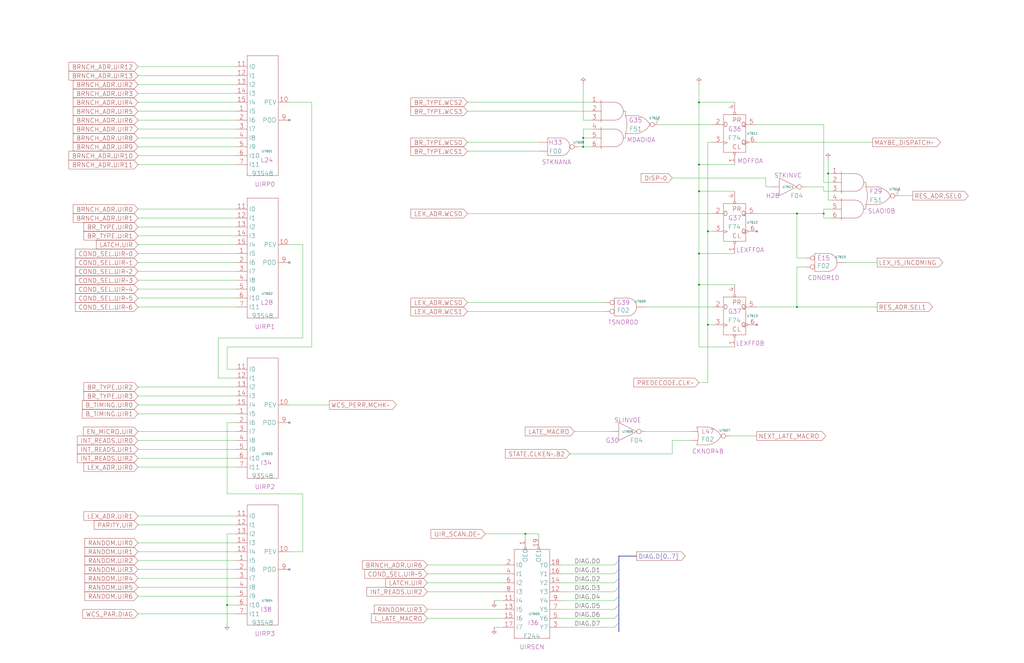
<source format=kicad_sch>
(kicad_sch (version 20250114) (generator "eeschema") (generator_version "9.0")
  (paper "User" 584.2 378.46)
  (title_block (title "PRE-DECODE AND PARITY CHECK") (date "22-MAY-90") (rev "1.0") (comment 1 "SEQUENCER") (comment 2 "232-003064") (comment 3 "S400") (comment 4 "RELEASED"))
  (lib_symbols
    (symbol "r1000:93S48" (pin_names (offset 1.016))
      (property "Reference" "U" (at 2.54 5.08 0))
      (property "Value" "93S48" (at -6.35 -7.62 0))
      (property "Location" "___" (at -1.27 0 0))
      (property "Name" "______" (at 1.27 -15.24 0))
      (symbol "93S48_1_1"
        (rectangle (start -8.89 59.69) (end 8.89 -8.89))
        (pin input line (at -15.24 53.34 0) (length 6.35) (name "I0") (number "11"))
        (pin input line (at -15.24 48.26 0) (length 6.35) (name "I1") (number "12"))
        (pin input line (at -15.24 43.18 0) (length 6.35) (name "I2") (number "13"))
        (pin input line (at -15.24 38.1 0) (length 6.35) (name "I3") (number "14"))
        (pin input line (at -15.24 33.02 0) (length 6.35) (name "I4") (number "15"))
        (pin input line (at -15.24 27.94 0) (length 6.35) (name "I5") (number "1"))
        (pin input line (at -15.24 22.86 0) (length 6.35) (name "I6") (number "2"))
        (pin input line (at -15.24 17.78 0) (length 6.35) (name "I7") (number "3"))
        (pin input line (at -15.24 12.7 0) (length 6.35) (name "I8") (number "4"))
        (pin input line (at -15.24 7.62 0) (length 6.35) (name "I9") (number "5"))
        (pin input line (at -15.24 2.54 0) (length 6.35) (name "I10") (number "6"))
        (pin input line (at -15.24 -2.54 0) (length 6.35) (name "I11") (number "7"))
        (pin output line (at 15.24 33.02 180) (length 6.35) (name "PEV") (number "10"))
        (pin output line (at 15.24 22.86 180) (length 6.35) (name "POD") (number "9"))
      )
    )
    (symbol "r1000:F00" (pin_numbers (hide yes)) (pin_names (hide yes))
      (property "Reference" "U" (at 15.24 0 0))
      (property "Value" "F00" (at 1.905 -5.08 0))
      (property "Location" "___" (at 1.905 0 0))
      (property "Name" "______" (at 2.54 -12.7 0))
      (symbol "F00_0_1"
        (polyline (pts (xy -2.54 2.54) (xy -2.54 -7.62)) (stroke (width 0.1524)))
        (polyline (pts (xy -2.54 2.54) (xy 5.08 2.54)) (stroke (width 0.1524)))
        (polyline (pts (xy -2.54 -7.62) (xy 5.08 -7.62)) (stroke (width 0.1524)))
        (arc (start 5.08 2.54) (mid 10.1281 -2.54) (end 5.08 -7.62) (stroke (width 0.1524)))
        (circle (center 11.43 -2.54) (radius 1.27) (stroke (width 0.1524)))
      )
      (symbol "F00_0_2"
        (arc (start -3.175 2.54) (mid -2.134 -2.54) (end -3.175 -7.62) (stroke (width 0.1524)))
        (circle (center -3.81 0) (radius 1.27) (stroke (width 0.1524)))
        (circle (center -3.81 -5.08) (radius 1.27) (stroke (width 0.1524)))
        (polyline (pts (xy -3.175 2.54) (xy 3.81 2.54)) (stroke (width 0.1524)))
        (polyline (pts (xy -3.175 -7.62) (xy 3.81 -7.62)) (stroke (width 0.1524)))
        (arc (start 3.81 2.54) (mid 7.5828 0.7472) (end 10.16 -2.54) (stroke (width 0.1524)))
        (arc (start 10.16 -2.54) (mid 7.5855 -5.8306) (end 3.81 -7.62) (stroke (width 0.1524)))
      )
      (symbol "F00_1_1"
        (pin input line (at -7.62 0 0) (length 5.08) (name "D0") (number "1"))
        (pin input line (at -7.62 -5.08 0) (length 5.08) (name "D1") (number "2"))
        (pin output line (at 15.24 -2.54 180) (length 2.54) (name "Q") (number "3"))
      )
      (symbol "F00_1_2"
        (pin input line (at -7.62 0 0) (length 2.54) (name "D0") (number "1"))
        (pin input line (at -7.62 -5.08 0) (length 2.54) (name "D1") (number "2"))
        (pin output line (at 15.24 -2.54 180) (length 5.08) (name "Q") (number "3"))
      )
    )
    (symbol "r1000:F02" (pin_numbers (hide yes)) (pin_names (hide yes))
      (property "Reference" "U" (at 12.16 0.635 0))
      (property "Value" "F02" (at -1.27 -4.445 0))
      (property "Location" "___" (at 2.54 0 0))
      (property "Name" "______" (at 2.54 -12.7 0))
      (symbol "F02_0_1"
        (arc (start -3.81 2.54) (mid -2.9847 -2.54) (end -3.81 -7.62) (stroke (width 0.1524)))
        (polyline (pts (xy -5.08 0) (xy -3.175 0)) (stroke (width 0.1524)))
        (polyline (pts (xy -5.08 -5.08) (xy -3.175 -5.08)) (stroke (width 0.1524)))
        (polyline (pts (xy -3.81 2.54) (xy 2.54 2.54)) (stroke (width 0.1524)))
        (polyline (pts (xy -3.81 -7.62) (xy 2.54 -7.62)) (stroke (width 0.1524)))
        (arc (start 2.54 2.54) (mid 6.9477 0.8966) (end 10.16 -2.54) (stroke (width 0.1524)))
        (arc (start 10.16 -2.54) (mid 6.9515 -5.9823) (end 2.54 -7.62) (stroke (width 0.1524)))
        (circle (center 11.43 -2.54) (radius 1.27) (stroke (width 0.1524)))
        (polyline (pts (xy 13.97 -2.54) (xy 12.7 -2.54)) (stroke (width 0.1524)))
      )
      (symbol "F02_0_2"
        (circle (center -3.81 0) (radius 1.27) (stroke (width 0.1524)))
        (circle (center -3.81 -5.08) (radius 1.27) (stroke (width 0.1524)))
        (polyline (pts (xy -2.54 2.54) (xy -2.54 -7.62)) (stroke (width 0.1524)))
        (polyline (pts (xy -2.54 2.54) (xy 5.08 2.54)) (stroke (width 0.1524)))
        (polyline (pts (xy -2.54 -7.62) (xy 5.08 -7.62)) (stroke (width 0.1524)))
        (arc (start 5.08 2.54) (mid 10.1281 -2.54) (end 5.08 -7.62) (stroke (width 0.1524)))
        (polyline (pts (xy 11.43 -2.54) (xy 10.16 -2.54)) (stroke (width 0.1524)))
        (polyline (pts (xy 11.43 -2.54) (xy 12.7 -2.54)) (stroke (width 0.1524)))
      )
      (symbol "F02_1_1"
        (pin input line (at -7.62 0 0) (length 2.54) (name "D0") (number "1"))
        (pin input line (at -7.62 -5.08 0) (length 2.54) (name "D1") (number "2"))
        (pin output line (at 15.24 -2.54 180) (length 1.27) (name "Q") (number "3"))
      )
      (symbol "F02_1_2"
        (pin input line (at -7.62 0 0) (length 2.54) (name "D0") (number "1"))
        (pin input line (at -7.62 -5.08 0) (length 2.54) (name "D1") (number "2"))
        (pin output line (at 15.24 -2.54 180) (length 2.54) (name "Q") (number "3"))
      )
    )
    (symbol "r1000:F04" (pin_numbers (hide yes)) (pin_names (hide yes))
      (property "Reference" "U" (at 0 0 0))
      (property "Value" "F04" (at 1.27 -5.08 0))
      (property "Location" "___" (at -12.7 -5.08 0))
      (property "Name" "______" (at 0 5.08 0))
      (symbol "F04_0_1"
        (polyline (pts (xy -7.62 0) (xy -5.08 0)) (stroke (width 0.1524)))
        (polyline (pts (xy -5.08 5.08) (xy -5.08 -5.08)) (stroke (width 0.1524)))
        (polyline (pts (xy 5.08 0) (xy -5.08 5.08)) (stroke (width 0.1524)))
        (polyline (pts (xy 5.08 0) (xy -5.08 -5.08)) (stroke (width 0.1524)))
        (circle (center 6.35 0) (radius 1.27) (stroke (width 0.1524)))
      )
      (symbol "F04_1_1"
        (pin input line (at -10.16 0 0) (length 2.54) (name "D0") (number "1"))
        (pin output line (at 10.16 0 180) (length 2.54) (name "Q") (number "2"))
      )
    )
    (symbol "r1000:F244" (pin_names (offset 1.016))
      (property "Reference" "U" (at 2.54 5.08 0))
      (property "Value" "F244" (at -3.81 -7.62 0))
      (property "Location" "___" (at -1.27 0 0))
      (property "Name" "______" (at 1.27 -15.24 0))
      (symbol "F244_1_1"
        (rectangle (start -8.89 41.91) (end 11.43 -8.89))
        (circle (center -2.54 42.545) (radius 0.635))
        (circle (center 5.08 42.545) (radius 0.635))
        (pin input line (at -15.24 33.02 0) (length 6.35) (name "I0") (number "2"))
        (pin input line (at -15.24 27.94 0) (length 6.35) (name "I1") (number "4"))
        (pin input line (at -15.24 22.86 0) (length 6.35) (name "I2") (number "6"))
        (pin input line (at -15.24 17.78 0) (length 6.35) (name "I3") (number "8"))
        (pin input line (at -15.24 12.7 0) (length 6.35) (name "I4") (number "11"))
        (pin input line (at -15.24 7.62 0) (length 6.35) (name "I5") (number "13"))
        (pin input line (at -15.24 2.54 0) (length 6.35) (name "I6") (number "15"))
        (pin input line (at -15.24 -2.54 0) (length 6.35) (name "I7") (number "17"))
        (pin input line (at -2.54 48.26 270) (length 5.08) (name "OE0") (number "1"))
        (pin input line (at 5.08 48.26 270) (length 5.08) (name "OE1") (number "19"))
        (pin tri_state line (at 17.78 33.02 180) (length 6.35) (name "Y0") (number "18"))
        (pin tri_state line (at 17.78 27.94 180) (length 6.35) (name "Y1") (number "16"))
        (pin tri_state line (at 17.78 22.86 180) (length 6.35) (name "Y2") (number "14"))
        (pin tri_state line (at 17.78 17.78 180) (length 6.35) (name "Y3") (number "12"))
        (pin tri_state line (at 17.78 12.7 180) (length 6.35) (name "Y4") (number "9"))
        (pin tri_state line (at 17.78 7.62 180) (length 6.35) (name "Y5") (number "7"))
        (pin tri_state line (at 17.78 2.54 180) (length 6.35) (name "Y6") (number "5"))
        (pin tri_state line (at 17.78 -2.54 180) (length 6.35) (name "Y7") (number "3"))
      )
    )
    (symbol "r1000:F51" (pin_names (hide yes))
      (property "Reference" "U" (at 12.7 1.27 0))
      (property "Value" "F51" (at 1.905 -5.08 0))
      (property "Location" "___" (at 1.905 0 0))
      (property "Name" "______" (at 5.08 -12.7 0))
      (symbol "F51_0_0"
        (polyline (pts (xy -20.32 10.16) (xy -17.78 10.16)) (stroke (width 0.1524)))
        (polyline (pts (xy -20.32 5.08) (xy -17.78 5.08)) (stroke (width 0.1524)))
        (polyline (pts (xy -20.32 0) (xy -17.78 0)) (stroke (width 0.1524)))
        (polyline (pts (xy -20.32 -5.08) (xy -17.78 -5.08)) (stroke (width 0.1524)))
        (polyline (pts (xy -20.32 -10.16) (xy -17.78 -10.16)) (stroke (width 0.1524)))
        (polyline (pts (xy -20.32 -15.24) (xy -17.78 -15.24)) (stroke (width 0.1524)))
        (arc (start -3.8173 2.54) (mid -2.9926 -2.54) (end -3.8173 -7.62) (stroke (width 0.1524)))
        (polyline (pts (xy -17.78 11.43) (xy -17.78 -1.27)) (stroke (width 0.1524)))
        (polyline (pts (xy -17.78 -3.81) (xy -17.78 -16.51)) (stroke (width 0.1524)))
        (polyline (pts (xy -10.16 10.16) (xy -17.78 10.16)) (stroke (width 0.1524)))
        (arc (start -10.16 10.16) (mid -6.5679 8.6721) (end -5.08 5.08) (stroke (width 0.1524)))
        (arc (start -5.08 5.08) (mid -6.5679 1.4879) (end -10.16 0) (stroke (width 0.1524)))
        (polyline (pts (xy -10.16 0) (xy -17.78 0)) (stroke (width 0.1524)))
        (polyline (pts (xy -10.16 -5.08) (xy -17.78 -5.08)) (stroke (width 0.1524)))
        (arc (start -10.16 -5.08) (mid -6.5679 -6.5679) (end -5.08 -10.16) (stroke (width 0.1524)))
        (arc (start -5.08 -10.16) (mid -6.5679 -13.7521) (end -10.16 -15.24) (stroke (width 0.1524)))
        (polyline (pts (xy -10.16 -15.24) (xy -17.78 -15.24)) (stroke (width 0.1524)))
        (polyline (pts (xy -5.08 5.08) (xy -3.81 5.08) (xy -3.81 2.54)) (stroke (width 0.1524)))
        (polyline (pts (xy -5.08 -10.16) (xy -3.81 -10.16) (xy -3.81 -7.62)) (stroke (width 0.1524)))
        (polyline (pts (xy -3.81 2.54) (xy 2.54 2.54)) (stroke (width 0.1524)))
        (polyline (pts (xy -3.81 -7.62) (xy 2.54 -7.62)) (stroke (width 0.1524)))
        (arc (start 10.16 -2.54) (mid 6.9504 -5.9807) (end 2.54 -7.62) (stroke (width 0.1524)))
        (arc (start 2.54 2.54) (mid 6.9516 0.9024) (end 10.16 -2.54) (stroke (width 0.1524)))
        (circle (center 11.43 -2.54) (radius 1.27) (stroke (width 0.1524)))
      )
      (symbol "F51_1_1"
        (pin input line (at -22.86 10.16 0) (length 2.54) (name "A1") (number "1"))
        (pin input line (at -22.86 5.08 0) (length 2.54) (name "A2") (number "2"))
        (pin input line (at -22.86 0 0) (length 2.54) (name "A3") (number "3"))
        (pin input line (at -22.86 -5.08 0) (length 2.54) (name "B1") (number "4"))
        (pin input line (at -22.86 -10.16 0) (length 2.54) (name "B2") (number "5"))
        (pin input line (at -22.86 -15.24 0) (length 2.54) (name "B3") (number "6"))
        (pin output line (at 15.24 -2.54 180) (length 2.54) (name "Q") (number "7"))
      )
    )
    (symbol "r1000:F74" (pin_names (offset 1.016) (hide yes))
      (property "Reference" "U" (at 12.7 -2.54 0))
      (property "Value" "F74" (at -1.27 -5.08 0))
      (property "Location" "___" (at -1.27 0 0))
      (property "Name" "______" (at 11.43 -19.685 0))
      (symbol "F74_0_1"
        (rectangle (start -3.81 8.255) (end 8.89 -13.335) (stroke (width 0.1524)))
        (polyline (pts (xy 2.54 10.16) (xy 2.54 9.525)) (stroke (width 0.1524)))
        (polyline (pts (xy 2.54 -15.24) (xy 2.54 -14.605)) (stroke (width 0.1524)))
      )
      (symbol "F74_1_1"
        (circle (center 2.54 8.89) (radius 0.635))
        (circle (center 2.54 -13.97) (radius 0.635))
        (circle (center 9.525 -7.62) (radius 0.635))
        (text "D" (at -2.54 2.54 0) (effects (font (size 2.54 2.54))))
        (text ">" (at -2.54 -7.62 0) (effects (font (size 2.54 2.54))))
        (text "P" (at 2.54 5.08 0) (effects (font (size 2.54 2.54))))
        (text "C" (at 2.54 -10.16 0) (effects (font (size 2.54 2.54))))
        (text "R" (at 5.08 5.08 0) (effects (font (size 2.54 2.54))))
        (text "L" (at 5.08 -10.16 0) (effects (font (size 2.54 2.54))))
        (text "Q" (at 7.62 2.54 0) (effects (font (size 2.54 2.54))))
        (text "Q" (at 7.62 -7.62 0) (effects (font (size 2.54 2.54))))
        (pin input line (at -10.16 2.54 0) (length 6.35) (name "D") (number "2"))
        (pin input line (at -10.16 -7.62 0) (length 6.35) (name "CLK") (number "3"))
        (pin input line (at 2.54 15.24 270) (length 5.08) (name "PR_") (number "4"))
        (pin input line (at 2.54 -20.32 90) (length 5.08) (name "CL_") (number "1"))
        (pin output line (at 15.24 2.54 180) (length 6.35) (name "Q") (number "5"))
        (pin output line (at 15.24 -7.62 180) (length 5.08) (name "Q_") (number "6"))
      )
    )
    (symbol "r1000:PD" (power) (pin_numbers (hide yes)) (pin_names (hide yes)) (in_bom no)
      (symbol "PD_0_1"
        (polyline (pts (xy 0 -2.54) (xy 1.27 -2.54) (xy 0 -3.81) (xy -1.27 -2.54) (xy 0 -2.54)) (stroke (width 0.1524)))
      )
      (symbol "PD_1_1"
        (pin power_in line (at 0 0 270) (length 2.54) (name "PD") (number "1"))
      )
    )
    (symbol "r1000:PU" (power) (pin_numbers (hide yes)) (pin_names (hide yes))
      (symbol "PU_0_1"
        (polyline (pts (xy 0 2.54) (xy -1.27 2.54) (xy 0 3.81) (xy 1.27 2.54) (xy 0 2.54)) (stroke (width 0.1524)))
      )
      (symbol "PU_1_1"
        (pin power_in line (at 0 0 90) (length 2.54) (name "PU") (number "1"))
      )
    )
  )
  (junction (at 403.86 185.42))
  (junction (at 332.74 83.82))
  (junction (at 398.78 144.78))
  (junction (at 403.86 132.08))
  (junction (at 129.54 345.44))
  (junction (at 332.74 78.74))
  (junction (at 398.78 162.56))
  (junction (at 398.78 93.98))
  (junction (at 454.66 121.92))
  (junction (at 398.78 58.42))
  (junction (at 469.9 121.92))
  (junction (at 472.44 99.06))
  (junction (at 299.72 304.8))
  (junction (at 398.78 109.22))
  (junction (at 454.66 175.26))
  (no_connect (at 431.8 132.08))
  (no_connect (at 165.1 68.58))
  (no_connect (at 165.1 325.12))
  (no_connect (at 165.1 149.86))
  (no_connect (at 431.8 185.42))
  (no_connect (at 165.1 241.3))
  (bus_entry (at 353.06 335.28) (size -2.54 2.54))
  (bus_entry (at 353.06 340.36) (size -2.54 2.54))
  (bus_entry (at 353.06 325.12) (size -2.54 2.54))
  (bus_entry (at 353.06 350.52) (size -2.54 2.54))
  (bus_entry (at 353.06 345.44) (size -2.54 2.54))
  (bus_entry (at 353.06 330.2) (size -2.54 2.54))
  (bus_entry (at 353.06 320.04) (size -2.54 2.54))
  (bus_entry (at 353.06 355.6) (size -2.54 2.54))
  (wire (pts (xy 320.04 332.74) (xy 350.52 332.74)))
  (wire (pts (xy 459.74 106.68) (xy 469.9 106.68)))
  (wire (pts (xy 78.74 139.7) (xy 134.62 139.7)))
  (wire (pts (xy 78.74 68.58) (xy 134.62 68.58)))
  (wire (pts (xy 78.74 314.96) (xy 134.62 314.96)))
  (bus (pts (xy 353.06 335.28) (xy 353.06 340.36)))
  (wire (pts (xy 78.74 149.86) (xy 134.62 149.86)))
  (wire (pts (xy 78.74 236.22) (xy 134.62 236.22)))
  (wire (pts (xy 281.94 342.9) (xy 287.02 342.9)))
  (wire (pts (xy 474.98 124.46) (xy 469.9 124.46)))
  (wire (pts (xy 383.54 259.08) (xy 383.54 251.46)))
  (wire (pts (xy 337.82 73.66) (xy 332.74 73.66)))
  (bus (pts (xy 353.06 317.5) (xy 363.22 317.5)))
  (wire (pts (xy 398.78 162.56) (xy 419.1 162.56)))
  (wire (pts (xy 332.74 78.74) (xy 337.82 78.74)))
  (wire (pts (xy 431.8 121.92) (xy 454.66 121.92)))
  (wire (pts (xy 78.74 170.18) (xy 134.62 170.18)))
  (wire (pts (xy 165.1 139.7) (xy 172.72 139.7)))
  (wire (pts (xy 266.7 86.36) (xy 307.34 86.36)))
  (wire (pts (xy 78.74 320.04) (xy 134.62 320.04)))
  (wire (pts (xy 78.74 144.78) (xy 134.62 144.78)))
  (wire (pts (xy 474.98 114.3) (xy 472.44 114.3)))
  (wire (pts (xy 459.74 147.32) (xy 454.66 147.32)))
  (wire (pts (xy 469.9 121.92) (xy 469.9 124.46)))
  (wire (pts (xy 243.84 322.58) (xy 287.02 322.58)))
  (wire (pts (xy 78.74 299.72) (xy 134.62 299.72)))
  (wire (pts (xy 78.74 325.12) (xy 134.62 325.12)))
  (wire (pts (xy 454.66 121.92) (xy 469.9 121.92)))
  (wire (pts (xy 266.7 177.8) (xy 345.44 177.8)))
  (wire (pts (xy 330.2 83.82) (xy 332.74 83.82)))
  (wire (pts (xy 266.7 81.28) (xy 307.34 81.28)))
  (wire (pts (xy 469.9 119.38) (xy 474.98 119.38)))
  (wire (pts (xy 134.62 304.8) (xy 129.54 304.8)))
  (wire (pts (xy 134.62 241.3) (xy 129.54 241.3)))
  (wire (pts (xy 398.78 48.26) (xy 398.78 58.42)))
  (wire (pts (xy 299.72 304.8) (xy 307.34 304.8)))
  (wire (pts (xy 332.74 68.58) (xy 332.74 48.26)))
  (wire (pts (xy 78.74 38.1) (xy 134.62 38.1)))
  (wire (pts (xy 124.46 215.9) (xy 134.62 215.9)))
  (wire (pts (xy 78.74 220.98) (xy 134.62 220.98)))
  (wire (pts (xy 281.94 358.14) (xy 287.02 358.14)))
  (wire (pts (xy 398.78 93.98) (xy 419.1 93.98)))
  (wire (pts (xy 78.74 294.64) (xy 134.62 294.64)))
  (wire (pts (xy 78.74 124.46) (xy 134.62 124.46)))
  (bus (pts (xy 353.06 330.2) (xy 353.06 335.28)))
  (wire (pts (xy 320.04 358.14) (xy 350.52 358.14)))
  (bus (pts (xy 353.06 355.6) (xy 353.06 360.68)))
  (wire (pts (xy 398.78 144.78) (xy 398.78 162.56)))
  (wire (pts (xy 299.72 304.8) (xy 299.72 307.34)))
  (wire (pts (xy 78.74 43.18) (xy 134.62 43.18)))
  (wire (pts (xy 78.74 93.98) (xy 134.62 93.98)))
  (wire (pts (xy 469.9 121.92) (xy 469.9 119.38)))
  (wire (pts (xy 431.8 175.26) (xy 454.66 175.26)))
  (wire (pts (xy 78.74 256.54) (xy 134.62 256.54)))
  (wire (pts (xy 332.74 78.74) (xy 332.74 83.82)))
  (wire (pts (xy 398.78 198.12) (xy 419.1 198.12)))
  (wire (pts (xy 78.74 129.54) (xy 134.62 129.54)))
  (wire (pts (xy 368.3 175.26) (xy 406.4 175.26)))
  (wire (pts (xy 78.74 154.94) (xy 134.62 154.94)))
  (wire (pts (xy 129.54 241.3) (xy 129.54 281.94)))
  (wire (pts (xy 403.86 81.28) (xy 406.4 81.28)))
  (wire (pts (xy 454.66 121.92) (xy 454.66 147.32)))
  (wire (pts (xy 383.54 101.6) (xy 436.88 101.6)))
  (wire (pts (xy 243.84 337.82) (xy 287.02 337.82)))
  (wire (pts (xy 78.74 73.66) (xy 134.62 73.66)))
  (wire (pts (xy 436.88 106.68) (xy 439.42 106.68)))
  (wire (pts (xy 320.04 347.98) (xy 350.52 347.98)))
  (wire (pts (xy 416.56 248.92) (xy 431.8 248.92)))
  (wire (pts (xy 129.54 345.44) (xy 134.62 345.44)))
  (wire (pts (xy 469.9 71.12) (xy 469.9 104.14)))
  (wire (pts (xy 431.8 71.12) (xy 469.9 71.12)))
  (wire (pts (xy 165.1 231.14) (xy 187.96 231.14)))
  (wire (pts (xy 332.74 83.82) (xy 337.82 83.82)))
  (wire (pts (xy 320.04 322.58) (xy 350.52 322.58)))
  (wire (pts (xy 327.66 246.38) (xy 347.98 246.38)))
  (wire (pts (xy 383.54 251.46) (xy 393.7 251.46)))
  (wire (pts (xy 78.74 350.52) (xy 134.62 350.52)))
  (wire (pts (xy 129.54 198.12) (xy 129.54 210.82)))
  (wire (pts (xy 78.74 119.38) (xy 134.62 119.38)))
  (wire (pts (xy 78.74 63.5) (xy 134.62 63.5)))
  (wire (pts (xy 172.72 281.94) (xy 172.72 314.96)))
  (wire (pts (xy 375.92 71.12) (xy 406.4 71.12)))
  (wire (pts (xy 398.78 109.22) (xy 398.78 144.78)))
  (wire (pts (xy 78.74 335.28) (xy 134.62 335.28)))
  (wire (pts (xy 78.74 134.62) (xy 134.62 134.62)))
  (wire (pts (xy 78.74 309.88) (xy 134.62 309.88)))
  (wire (pts (xy 403.86 185.42) (xy 403.86 132.08)))
  (wire (pts (xy 469.9 106.68) (xy 469.9 109.22)))
  (wire (pts (xy 398.78 109.22) (xy 419.1 109.22)))
  (wire (pts (xy 469.9 104.14) (xy 474.98 104.14)))
  (bus (pts (xy 353.06 317.5) (xy 353.06 320.04)))
  (wire (pts (xy 78.74 246.38) (xy 134.62 246.38)))
  (wire (pts (xy 78.74 48.26) (xy 134.62 48.26)))
  (wire (pts (xy 243.84 353.06) (xy 287.02 353.06)))
  (wire (pts (xy 266.7 121.92) (xy 406.4 121.92)))
  (wire (pts (xy 403.86 218.44) (xy 403.86 185.42)))
  (wire (pts (xy 513.08 111.76) (xy 520.7 111.76)))
  (wire (pts (xy 129.54 210.82) (xy 134.62 210.82)))
  (wire (pts (xy 472.44 99.06) (xy 472.44 114.3)))
  (wire (pts (xy 243.84 347.98) (xy 287.02 347.98)))
  (wire (pts (xy 266.7 63.5) (xy 337.82 63.5)))
  (wire (pts (xy 454.66 175.26) (xy 500.38 175.26)))
  (wire (pts (xy 398.78 58.42) (xy 398.78 93.98)))
  (wire (pts (xy 266.7 172.72) (xy 345.44 172.72)))
  (wire (pts (xy 459.74 152.4) (xy 454.66 152.4)))
  (wire (pts (xy 403.86 132.08) (xy 403.86 81.28)))
  (wire (pts (xy 124.46 193.04) (xy 124.46 215.9)))
  (wire (pts (xy 177.8 198.12) (xy 129.54 198.12)))
  (wire (pts (xy 454.66 152.4) (xy 454.66 175.26)))
  (wire (pts (xy 436.88 101.6) (xy 436.88 106.68)))
  (wire (pts (xy 78.74 251.46) (xy 134.62 251.46)))
  (wire (pts (xy 472.44 91.44) (xy 472.44 99.06)))
  (wire (pts (xy 78.74 266.7) (xy 134.62 266.7)))
  (wire (pts (xy 398.78 218.44) (xy 403.86 218.44)))
  (wire (pts (xy 320.04 337.82) (xy 350.52 337.82)))
  (wire (pts (xy 243.84 327.66) (xy 287.02 327.66)))
  (bus (pts (xy 353.06 340.36) (xy 353.06 345.44)))
  (wire (pts (xy 78.74 330.2) (xy 134.62 330.2)))
  (wire (pts (xy 398.78 93.98) (xy 398.78 109.22)))
  (wire (pts (xy 368.3 246.38) (xy 393.7 246.38)))
  (wire (pts (xy 266.7 58.42) (xy 337.82 58.42)))
  (wire (pts (xy 78.74 160.02) (xy 134.62 160.02)))
  (wire (pts (xy 320.04 342.9) (xy 350.52 342.9)))
  (wire (pts (xy 78.74 88.9) (xy 134.62 88.9)))
  (wire (pts (xy 78.74 53.34) (xy 134.62 53.34)))
  (wire (pts (xy 398.78 162.56) (xy 398.78 198.12)))
  (wire (pts (xy 78.74 261.62) (xy 134.62 261.62)))
  (wire (pts (xy 243.84 332.74) (xy 287.02 332.74)))
  (wire (pts (xy 325.12 259.08) (xy 383.54 259.08)))
  (wire (pts (xy 78.74 231.14) (xy 134.62 231.14)))
  (wire (pts (xy 320.04 353.06) (xy 350.52 353.06)))
  (wire (pts (xy 129.54 345.44) (xy 129.54 355.6)))
  (wire (pts (xy 172.72 139.7) (xy 172.72 193.04)))
  (wire (pts (xy 337.82 68.58) (xy 332.74 68.58)))
  (wire (pts (xy 78.74 78.74) (xy 134.62 78.74)))
  (wire (pts (xy 177.8 58.42) (xy 177.8 198.12)))
  (wire (pts (xy 320.04 327.66) (xy 350.52 327.66)))
  (wire (pts (xy 165.1 58.42) (xy 177.8 58.42)))
  (wire (pts (xy 431.8 81.28) (xy 497.84 81.28)))
  (wire (pts (xy 276.86 304.8) (xy 299.72 304.8)))
  (wire (pts (xy 165.1 314.96) (xy 172.72 314.96)))
  (wire (pts (xy 78.74 175.26) (xy 134.62 175.26)))
  (wire (pts (xy 129.54 304.8) (xy 129.54 345.44)))
  (wire (pts (xy 403.86 132.08) (xy 406.4 132.08)))
  (wire (pts (xy 78.74 58.42) (xy 134.62 58.42)))
  (bus (pts (xy 353.06 325.12) (xy 353.06 330.2)))
  (wire (pts (xy 307.34 304.8) (xy 307.34 307.34)))
  (wire (pts (xy 332.74 73.66) (xy 332.74 78.74)))
  (wire (pts (xy 398.78 58.42) (xy 419.1 58.42)))
  (wire (pts (xy 403.86 185.42) (xy 406.4 185.42)))
  (bus (pts (xy 353.06 320.04) (xy 353.06 325.12)))
  (wire (pts (xy 78.74 83.82) (xy 134.62 83.82)))
  (wire (pts (xy 78.74 340.36) (xy 134.62 340.36)))
  (wire (pts (xy 78.74 165.1) (xy 134.62 165.1)))
  (wire (pts (xy 129.54 281.94) (xy 172.72 281.94)))
  (wire (pts (xy 398.78 144.78) (xy 419.1 144.78)))
  (wire (pts (xy 78.74 226.06) (xy 134.62 226.06)))
  (wire (pts (xy 469.9 109.22) (xy 474.98 109.22)))
  (wire (pts (xy 172.72 193.04) (xy 124.46 193.04)))
  (wire (pts (xy 474.98 99.06) (xy 472.44 99.06)))
  (bus (pts (xy 353.06 350.52) (xy 353.06 355.6)))
  (wire (pts (xy 482.6 149.86) (xy 500.38 149.86)))
  (bus (pts (xy 353.06 345.44) (xy 353.06 350.52)))
  (label "DIAG.D4" (at 327.66 342.9 0) (effects (font (size 2.54 2.54))))
  (label "DIAG.D2" (at 327.66 332.74 0) (effects (font (size 2.54 2.54))))
  (label "DIAG.D3" (at 327.66 337.82 0) (effects (font (size 2.54 2.54))))
  (label "DIAG.D6" (at 327.66 353.06 0) (effects (font (size 2.54 2.54))))
  (label "DIAG.D1" (at 327.66 327.66 0) (effects (font (size 2.54 2.54))))
  (label "DIAG.D5" (at 327.66 347.98 0) (effects (font (size 2.54 2.54))))
  (label "DIAG.D0" (at 327.66 322.58 0) (effects (font (size 2.54 2.54))))
  (label "DIAG.D7" (at 327.66 358.14 0) (effects (font (size 2.54 2.54))))
  (global_label "COND_SEL.UIR~0" (shape input) (at 78.74 144.78 180) (effects (font (size 2.54 2.54))) (property "Intersheetrefs" "${INTERSHEET_REFS}" (at 42.9502 144.6213 0) (effects (font (size 1.905 1.905)) (justify right))))
  (global_label "RANDOM.UIR6" (shape input) (at 78.74 340.36 180) (effects (font (size 2.54 2.54))) (property "Intersheetrefs" "${INTERSHEET_REFS}" (at 48.393 340.2013 0) (effects (font (size 1.905 1.905)) (justify right))))
  (global_label "LEX_IS_INCOMING" (shape output) (at 500.38 149.86 0) (effects (font (size 2.54 2.54))) (property "Intersheetrefs" "${INTERSHEET_REFS}" (at 537.8631 149.7013 0) (effects (font (size 1.905 1.905)) (justify left))))
  (global_label "BRNCH_ADR.UIR0" (shape input) (at 78.74 119.38 180) (effects (font (size 2.54 2.54))) (property "Intersheetrefs" "${INTERSHEET_REFS}" (at 41.7407 119.2213 0) (effects (font (size 1.905 1.905)) (justify right))))
  (global_label "WCS_PERR.MCHK~" (shape output) (at 187.96 231.14 0) (effects (font (size 2.54 2.54))) (property "Intersheetrefs" "${INTERSHEET_REFS}" (at 226.1689 230.9813 0) (effects (font (size 1.905 1.905)) (justify left))))
  (global_label "LEX_ADR.UIR0" (shape input) (at 78.74 266.7 180) (effects (font (size 2.54 2.54))) (property "Intersheetrefs" "${INTERSHEET_REFS}" (at 47.9092 266.5413 0) (effects (font (size 1.905 1.905)) (justify right))))
  (global_label "BR_TYPE.WCS0" (shape input) (at 266.7 81.28 180) (effects (font (size 2.54 2.54))) (property "Intersheetrefs" "${INTERSHEET_REFS}" (at 234.4178 81.1213 0) (effects (font (size 1.905 1.905)) (justify right))))
  (global_label "B_TIMING.UIR0" (shape input) (at 78.74 231.14 180) (effects (font (size 2.54 2.54))) (property "Intersheetrefs" "${INTERSHEET_REFS}" (at 46.9416 230.9813 0) (effects (font (size 1.905 1.905)) (justify right))))
  (global_label "INT_READS.UIR1" (shape input) (at 78.74 256.54 180) (effects (font (size 2.54 2.54))) (property "Intersheetrefs" "${INTERSHEET_REFS}" (at 44.1597 256.3813 0) (effects (font (size 1.905 1.905)) (justify right))))
  (global_label "L_LATE_MACRO" (shape input) (at 243.84 353.06 180) (effects (font (size 2.54 2.54))) (property "Intersheetrefs" "${INTERSHEET_REFS}" (at 211.7997 352.9013 0) (effects (font (size 1.905 1.905)) (justify right))))
  (global_label "INT_READS.UIR2" (shape input) (at 243.84 337.82 180) (effects (font (size 2.54 2.54))) (property "Intersheetrefs" "${INTERSHEET_REFS}" (at 209.2597 337.6613 0) (effects (font (size 1.905 1.905)) (justify right))))
  (global_label "BRNCH_ADR.UIR2" (shape input) (at 78.74 48.26 180) (effects (font (size 2.54 2.54))) (property "Intersheetrefs" "${INTERSHEET_REFS}" (at 41.7407 48.1013 0) (effects (font (size 1.905 1.905)) (justify right))))
  (global_label "BRNCH_ADR.UIR6" (shape input) (at 243.84 322.58 180) (effects (font (size 2.54 2.54))) (property "Intersheetrefs" "${INTERSHEET_REFS}" (at 206.8407 322.4213 0) (effects (font (size 1.905 1.905)) (justify right))))
  (global_label "BRNCH_ADR.UIR1" (shape input) (at 78.74 124.46 180) (effects (font (size 2.54 2.54))) (property "Intersheetrefs" "${INTERSHEET_REFS}" (at 41.7407 124.3013 0) (effects (font (size 1.905 1.905)) (justify right))))
  (global_label "LATE_MACRO" (shape input) (at 327.66 246.38 180) (effects (font (size 2.54 2.54))) (property "Intersheetrefs" "${INTERSHEET_REFS}" (at 299.6111 246.2213 0) (effects (font (size 1.905 1.905)) (justify right))))
  (global_label "BRNCH_ADR.UIR11" (shape input) (at 78.74 93.98 180) (effects (font (size 2.54 2.54))) (property "Intersheetrefs" "${INTERSHEET_REFS}" (at 41.7407 93.8213 0) (effects (font (size 1.905 1.905)) (justify right))))
  (global_label "BR_TYPE.UIR3" (shape input) (at 78.74 226.06 180) (effects (font (size 2.54 2.54))) (property "Intersheetrefs" "${INTERSHEET_REFS}" (at 47.9092 225.9013 0) (effects (font (size 1.905 1.905)) (justify right))))
  (global_label "LEX_ADR.UIR1" (shape input) (at 78.74 294.64 180) (effects (font (size 2.54 2.54))) (property "Intersheetrefs" "${INTERSHEET_REFS}" (at 47.9092 294.4813 0) (effects (font (size 1.905 1.905)) (justify right))))
  (global_label "RANDOM.UIR4" (shape input) (at 78.74 330.2 180) (effects (font (size 2.54 2.54))) (property "Intersheetrefs" "${INTERSHEET_REFS}" (at 48.393 330.0413 0) (effects (font (size 1.905 1.905)) (justify right))))
  (global_label "COND_SEL.UIR~5" (shape input) (at 78.74 170.18 180) (effects (font (size 2.54 2.54))) (property "Intersheetrefs" "${INTERSHEET_REFS}" (at 42.9502 170.0213 0) (effects (font (size 1.905 1.905)) (justify right))))
  (global_label "LEX_ADR.WCS1" (shape input) (at 266.7 177.8 180) (effects (font (size 2.54 2.54))) (property "Intersheetrefs" "${INTERSHEET_REFS}" (at 234.4178 177.6413 0) (effects (font (size 1.905 1.905)) (justify right))))
  (global_label "NEXT_LATE_MACRO" (shape output) (at 431.8 248.92 0) (effects (font (size 2.54 2.54))) (property "Intersheetrefs" "${INTERSHEET_REFS}" (at 471.0974 248.7613 0) (effects (font (size 1.905 1.905)) (justify left))))
  (global_label "BRNCH_ADR.UIR3" (shape input) (at 78.74 53.34 180) (effects (font (size 2.54 2.54))) (property "Intersheetrefs" "${INTERSHEET_REFS}" (at 41.7407 53.1813 0) (effects (font (size 1.905 1.905)) (justify right))))
  (global_label "COND_SEL.UIR~6" (shape input) (at 78.74 175.26 180) (effects (font (size 2.54 2.54))) (property "Intersheetrefs" "${INTERSHEET_REFS}" (at 42.9502 175.1013 0) (effects (font (size 1.905 1.905)) (justify right))))
  (global_label "COND_SEL.UIR~2" (shape input) (at 78.74 154.94 180) (effects (font (size 2.54 2.54))) (property "Intersheetrefs" "${INTERSHEET_REFS}" (at 42.9502 154.7813 0) (effects (font (size 1.905 1.905)) (justify right))))
  (global_label "COND_SEL.UIR~4" (shape input) (at 78.74 165.1 180) (effects (font (size 2.54 2.54))) (property "Intersheetrefs" "${INTERSHEET_REFS}" (at 42.9502 164.9413 0) (effects (font (size 1.905 1.905)) (justify right))))
  (global_label "RANDOM.UIR0" (shape input) (at 78.74 309.88 180) (effects (font (size 2.54 2.54))) (property "Intersheetrefs" "${INTERSHEET_REFS}" (at 48.393 309.7213 0) (effects (font (size 1.905 1.905)) (justify right))))
  (global_label "DISP~0" (shape input) (at 383.54 101.6 180) (effects (font (size 2.54 2.54))) (property "Intersheetrefs" "${INTERSHEET_REFS}" (at 365.7721 101.4413 0) (effects (font (size 1.905 1.905)) (justify right))))
  (global_label "LEX_ADR.WCS0" (shape input) (at 266.7 172.72 180) (effects (font (size 2.54 2.54))) (property "Intersheetrefs" "${INTERSHEET_REFS}" (at 234.4178 172.5613 0) (effects (font (size 1.905 1.905)) (justify right))))
  (global_label "COND_SEL.UIR~3" (shape input) (at 78.74 160.02 180) (effects (font (size 2.54 2.54))) (property "Intersheetrefs" "${INTERSHEET_REFS}" (at 42.9502 159.8613 0) (effects (font (size 1.905 1.905)) (justify right))))
  (global_label "MAYBE_DISPATCH~" (shape output) (at 497.84 81.28 0) (effects (font (size 2.54 2.54))) (property "Intersheetrefs" "${INTERSHEET_REFS}" (at 536.5327 81.1213 0) (effects (font (size 1.905 1.905)) (justify left))))
  (global_label "RES_ADR.SEL0" (shape output) (at 520.7 111.76 0) (effects (font (size 2.54 2.54))) (property "Intersheetrefs" "${INTERSHEET_REFS}" (at 552.3774 111.6013 0) (effects (font (size 1.905 1.905)) (justify left))))
  (global_label "RANDOM.UIR3" (shape input) (at 243.84 347.98 180) (effects (font (size 2.54 2.54))) (property "Intersheetrefs" "${INTERSHEET_REFS}" (at 213.493 347.8213 0) (effects (font (size 1.905 1.905)) (justify right))))
  (global_label "BRNCH_ADR.UIR12" (shape input) (at 78.74 38.1 180) (effects (font (size 2.54 2.54))) (property "Intersheetrefs" "${INTERSHEET_REFS}" (at 39.3216 37.9413 0) (effects (font (size 1.905 1.905)) (justify right))))
  (global_label "LATCH.UIR" (shape input) (at 243.84 332.74 180) (effects (font (size 2.54 2.54))) (property "Intersheetrefs" "${INTERSHEET_REFS}" (at 220.0245 332.5813 0) (effects (font (size 1.905 1.905)) (justify right))))
  (global_label "BRNCH_ADR.UIR6" (shape input) (at 78.74 68.58 180) (effects (font (size 2.54 2.54))) (property "Intersheetrefs" "${INTERSHEET_REFS}" (at 41.7407 68.4213 0) (effects (font (size 1.905 1.905)) (justify right))))
  (global_label "RANDOM.UIR1" (shape input) (at 78.74 314.96 180) (effects (font (size 2.54 2.54))) (property "Intersheetrefs" "${INTERSHEET_REFS}" (at 48.393 314.8013 0) (effects (font (size 1.905 1.905)) (justify right))))
  (global_label "B_TIMING.UIR1" (shape input) (at 78.74 236.22 180) (effects (font (size 2.54 2.54))) (property "Intersheetrefs" "${INTERSHEET_REFS}" (at 46.9416 236.0613 0) (effects (font (size 1.905 1.905)) (justify right))))
  (global_label "BR_TYPE.WCS3" (shape input) (at 266.7 63.5 180) (effects (font (size 2.54 2.54))) (property "Intersheetrefs" "${INTERSHEET_REFS}" (at 234.4178 63.3413 0) (effects (font (size 1.905 1.905)) (justify right))))
  (global_label "BRNCH_ADR.UIR8" (shape input) (at 78.74 78.74 180) (effects (font (size 2.54 2.54))) (property "Intersheetrefs" "${INTERSHEET_REFS}" (at 41.7407 78.5813 0) (effects (font (size 1.905 1.905)) (justify right))))
  (global_label "WCS_PAR.DIAG" (shape input) (at 78.74 350.52 180) (effects (font (size 2.54 2.54))) (property "Intersheetrefs" "${INTERSHEET_REFS}" (at 47.1835 350.3613 0) (effects (font (size 1.905 1.905)) (justify right))))
  (global_label "UIR_SCAN.OE~" (shape input) (at 276.86 304.8 180) (effects (font (size 2.54 2.54))) (property "Intersheetrefs" "${INTERSHEET_REFS}" (at 245.9083 304.6413 0) (effects (font (size 1.905 1.905)) (justify right))))
  (global_label "BR_TYPE.UIR1" (shape input) (at 78.74 134.62 180) (effects (font (size 2.54 2.54))) (property "Intersheetrefs" "${INTERSHEET_REFS}" (at 47.9092 134.4613 0) (effects (font (size 1.905 1.905)) (justify right))))
  (global_label "BRNCH_ADR.UIR4" (shape input) (at 78.74 58.42 180) (effects (font (size 2.54 2.54))) (property "Intersheetrefs" "${INTERSHEET_REFS}" (at 41.7407 58.2613 0) (effects (font (size 1.905 1.905)) (justify right))))
  (global_label "BRNCH_ADR.UIR10" (shape input) (at 78.74 88.9 180) (effects (font (size 2.54 2.54))) (property "Intersheetrefs" "${INTERSHEET_REFS}" (at 41.7407 88.7413 0) (effects (font (size 1.905 1.905)) (justify right))))
  (global_label "COND_SEL.UIR~1" (shape input) (at 78.74 149.86 180) (effects (font (size 2.54 2.54))) (property "Intersheetrefs" "${INTERSHEET_REFS}" (at 42.9502 149.7013 0) (effects (font (size 1.905 1.905)) (justify right))))
  (global_label "RES_ADR.SEL1" (shape output) (at 500.38 175.26 0) (effects (font (size 2.54 2.54))) (property "Intersheetrefs" "${INTERSHEET_REFS}" (at 532.0574 175.1013 0) (effects (font (size 1.905 1.905)) (justify left))))
  (global_label "BRNCH_ADR.UIR9" (shape input) (at 78.74 83.82 180) (effects (font (size 2.54 2.54))) (property "Intersheetrefs" "${INTERSHEET_REFS}" (at 41.7407 83.6613 0) (effects (font (size 1.905 1.905)) (justify right))))
  (global_label "INT_READS.UIR2" (shape input) (at 78.74 261.62 180) (effects (font (size 2.54 2.54))) (property "Intersheetrefs" "${INTERSHEET_REFS}" (at 44.1597 261.4613 0) (effects (font (size 1.905 1.905)) (justify right))))
  (global_label "RANDOM.UIR5" (shape input) (at 78.74 335.28 180) (effects (font (size 2.54 2.54))) (property "Intersheetrefs" "${INTERSHEET_REFS}" (at 48.393 335.1213 0) (effects (font (size 1.905 1.905)) (justify right))))
  (global_label "BR_TYPE.WCS1" (shape input) (at 266.7 86.36 180) (effects (font (size 2.54 2.54))) (property "Intersheetrefs" "${INTERSHEET_REFS}" (at 234.4178 86.2013 0) (effects (font (size 1.905 1.905)) (justify right))))
  (global_label "BRNCH_ADR.UIR13" (shape input) (at 78.74 43.18 180) (effects (font (size 2.54 2.54))) (property "Intersheetrefs" "${INTERSHEET_REFS}" (at 39.3216 43.0213 0) (effects (font (size 1.905 1.905)) (justify right))))
  (global_label "BRNCH_ADR.UIR7" (shape input) (at 78.74 73.66 180) (effects (font (size 2.54 2.54))) (property "Intersheetrefs" "${INTERSHEET_REFS}" (at 41.7407 73.5013 0) (effects (font (size 1.905 1.905)) (justify right))))
  (global_label "BRNCH_ADR.UIR5" (shape input) (at 78.74 63.5 180) (effects (font (size 2.54 2.54))) (property "Intersheetrefs" "${INTERSHEET_REFS}" (at 41.7407 63.3413 0) (effects (font (size 1.905 1.905)) (justify right))))
  (global_label "BR_TYPE.WCS2" (shape input) (at 266.7 58.42 180) (effects (font (size 2.54 2.54))) (property "Intersheetrefs" "${INTERSHEET_REFS}" (at 234.4178 58.2613 0) (effects (font (size 1.905 1.905)) (justify right))))
  (global_label "RANDOM.UIR3" (shape input) (at 78.74 325.12 180) (effects (font (size 2.54 2.54))) (property "Intersheetrefs" "${INTERSHEET_REFS}" (at 48.393 324.9613 0) (effects (font (size 1.905 1.905)) (justify right))))
  (global_label "PREDECODE.CLK~" (shape input) (at 398.78 218.44 180) (effects (font (size 2.54 2.54))) (property "Intersheetrefs" "${INTERSHEET_REFS}" (at 361.5388 218.2813 0) (effects (font (size 1.905 1.905)) (justify right))))
  (global_label "DIAG.D[0..7]" (shape output) (at 363.22 317.5 0) (effects (font (size 2.54 2.54))) (property "Intersheetrefs" "${INTERSHEET_REFS}" (at 390.906 317.3413 0) (effects (font (size 1.905 1.905)) (justify left))))
  (global_label "EN_MICRO.UIR" (shape input) (at 78.74 246.38 180) (effects (font (size 2.54 2.54))) (property "Intersheetrefs" "${INTERSHEET_REFS}" (at 47.5464 246.2213 0) (effects (font (size 1.905 1.905)) (justify right))))
  (global_label "COND_SEL.UIR~5" (shape input) (at 243.84 327.66 180) (effects (font (size 2.54 2.54))) (property "Intersheetrefs" "${INTERSHEET_REFS}" (at 208.0502 327.5013 0) (effects (font (size 1.905 1.905)) (justify right))))
  (global_label "BR_TYPE.UIR0" (shape input) (at 78.74 129.54 180) (effects (font (size 2.54 2.54))) (property "Intersheetrefs" "${INTERSHEET_REFS}" (at 47.9092 129.3813 0) (effects (font (size 1.905 1.905)) (justify right))))
  (global_label "LATCH.UIR" (shape input) (at 78.74 139.7 180) (effects (font (size 2.54 2.54))) (property "Intersheetrefs" "${INTERSHEET_REFS}" (at 54.9245 139.5413 0) (effects (font (size 1.905 1.905)) (justify right))))
  (global_label "PARITY.UIR" (shape input) (at 78.74 299.72 180) (effects (font (size 2.54 2.54))) (property "Intersheetrefs" "${INTERSHEET_REFS}" (at 53.715 299.5613 0) (effects (font (size 1.905 1.905)) (justify right))))
  (global_label "RANDOM.UIR2" (shape input) (at 78.74 320.04 180) (effects (font (size 2.54 2.54))) (property "Intersheetrefs" "${INTERSHEET_REFS}" (at 48.393 319.8813 0) (effects (font (size 1.905 1.905)) (justify right))))
  (global_label "INT_READS.UIR0" (shape input) (at 78.74 251.46 180) (effects (font (size 2.54 2.54))) (property "Intersheetrefs" "${INTERSHEET_REFS}" (at 44.1597 251.3013 0) (effects (font (size 1.905 1.905)) (justify right))))
  (global_label "LEX_ADR.WCS0" (shape input) (at 266.7 121.92 180) (effects (font (size 2.54 2.54))) (property "Intersheetrefs" "${INTERSHEET_REFS}" (at 234.4178 121.7613 0) (effects (font (size 1.905 1.905)) (justify right))))
  (global_label "BR_TYPE.UIR2" (shape input) (at 78.74 220.98 180) (effects (font (size 2.54 2.54))) (property "Intersheetrefs" "${INTERSHEET_REFS}" (at 47.9092 220.8213 0) (effects (font (size 1.905 1.905)) (justify right))))
  (global_label "STATE.CLKEN~.B2" (shape input) (at 325.12 259.08 180) (effects (font (size 2.54 2.54))) (property "Intersheetrefs" "${INTERSHEET_REFS}" (at 288.2416 258.9213 0) (effects (font (size 1.905 1.905)) (justify right))))
  (symbol (lib_id "r1000:PU") (at 332.74 48.26 0) (unit 1)
    (property "Reference" "#PWR07604" (effects (hide yes)))
    (property "Value" "PU" (effects (hide yes)))
  )
  (symbol (lib_id "r1000:F51") (at 360.68 68.58 0) (unit 1)
    (property "Reference" "U7610" (at 373.38 67.31 0))
    (property "Value" "F51" (at 362.585 73.66 0) (effects (font (size 2.54 2.54))))
    (property "Location" "G35" (at 362.585 68.58 0) (effects (font (size 2.54 2.54))))
    (property "Name" "MDAOI0A" (at 365.76 81.28 0) (effects (font (size 2.54 2.54)) (justify bottom)))
  )
  (symbol (lib_id "r1000:PD") (at 129.54 355.6 0) (unit 1) (in_bom no)
    (property "Reference" "#PWR07601" (effects (hide yes)))
    (property "Value" "PD" (effects (hide yes)))
  )
  (symbol (lib_id "r1000:F74") (at 416.56 124.46 0) (unit 1)
    (property "Reference" "U7612" (at 429.26 127 0))
    (property "Value" "F74" (at 415.29 129.54 0) (effects (font (size 2.54 2.54)) (justify left)))
    (property "Location" "G37" (at 415.29 124.46 0) (effects (font (size 2.54 2.54)) (justify left)))
    (property "Name" "LEXFF0A" (at 427.99 144.145 0) (effects (font (size 2.54 2.54)) (justify bottom)))
  )
  (symbol (lib_id "r1000:F04") (at 449.58 106.68 0) (unit 1)
    (property "Reference" "U7614" (at 449.58 106.68 0))
    (property "Value" "F04" (at 450.85 111.76 0) (effects (font (size 2.54 2.54)) (justify left)))
    (property "Location" "H28" (at 436.88 111.76 0) (effects (font (size 2.54 2.54)) (justify left)))
    (property "Name" "STKINVC" (at 449.58 101.6 0) (effects (font (size 2.54 2.54)) (justify bottom)))
  )
  (symbol (lib_id "r1000:F02") (at 353.06 172.72 0) (unit 1) (convert 2)
    (property "Reference" "U7609" (at 365.22 172.085 0))
    (property "Value" "F02" (at 351.79 177.165 0) (effects (font (size 2.54 2.54)) (justify left)))
    (property "Location" "G39" (at 355.6 172.72 0) (effects (font (size 2.54 2.54))))
    (property "Name" "TSNOR0D" (at 355.6 185.42 0) (effects (font (size 2.54 2.54)) (justify bottom)))
  )
  (symbol (lib_id "r1000:93S48") (at 149.86 91.44 0) (unit 1)
    (property "Reference" "U7601" (at 152.4 86.36 0))
    (property "Value" "93S48" (at 143.51 99.06 0) (effects (font (size 2.54 2.54)) (justify left)))
    (property "Location" "L24" (at 148.59 91.44 0) (effects (font (size 2.54 2.54)) (justify left)))
    (property "Name" "UIRP0" (at 151.13 106.68 0) (effects (font (size 2.54 2.54)) (justify bottom)))
  )
  (symbol (lib_id "r1000:F00") (at 314.96 81.28 0) (unit 1)
    (property "Reference" "U7608" (at 330.2 81.28 0))
    (property "Value" "F00" (at 316.865 86.36 0) (effects (font (size 2.54 2.54))))
    (property "Location" "H33" (at 316.865 81.28 0) (effects (font (size 2.54 2.54))))
    (property "Name" "STKNANA" (at 317.5 93.98 0) (effects (font (size 2.54 2.54)) (justify bottom)))
  )
  (symbol (lib_id "r1000:93S48") (at 149.86 172.72 0) (unit 1)
    (property "Reference" "U7602" (at 152.4 167.64 0))
    (property "Value" "93S48" (at 143.51 180.34 0) (effects (font (size 2.54 2.54)) (justify left)))
    (property "Location" "L28" (at 148.59 172.72 0) (effects (font (size 2.54 2.54)) (justify left)))
    (property "Name" "UIRP1" (at 151.13 187.96 0) (effects (font (size 2.54 2.54)) (justify bottom)))
  )
  (symbol (lib_id "r1000:PD") (at 281.94 358.14 0) (unit 1) (in_bom no)
    (property "Reference" "#PWR07603" (effects (hide yes)))
    (property "Value" "PD" (effects (hide yes)))
  )
  (symbol (lib_id "r1000:93S48") (at 149.86 347.98 0) (unit 1)
    (property "Reference" "U7604" (at 152.4 342.9 0))
    (property "Value" "93S48" (at 143.51 355.6 0) (effects (font (size 2.54 2.54)) (justify left)))
    (property "Location" "I38" (at 148.59 347.98 0) (effects (font (size 2.54 2.54)) (justify left)))
    (property "Name" "UIRP3" (at 151.13 363.22 0) (effects (font (size 2.54 2.54)) (justify bottom)))
  )
  (symbol (lib_id "r1000:93S48") (at 149.86 264.16 0) (unit 1)
    (property "Reference" "U7603" (at 152.4 259.08 0))
    (property "Value" "93S48" (at 143.51 271.78 0) (effects (font (size 2.54 2.54)) (justify left)))
    (property "Location" "I34" (at 148.59 264.16 0) (effects (font (size 2.54 2.54)) (justify left)))
    (property "Name" "UIRP2" (at 151.13 279.4 0) (effects (font (size 2.54 2.54)) (justify bottom)))
  )
  (symbol (lib_id "r1000:F02") (at 467.36 147.32 0) (unit 1) (convert 2)
    (property "Reference" "U7615" (at 479.52 146.685 0))
    (property "Value" "F02" (at 466.09 151.765 0) (effects (font (size 2.54 2.54)) (justify left)))
    (property "Location" "E15" (at 469.9 147.32 0) (effects (font (size 2.54 2.54))))
    (property "Name" "CDNOR1D" (at 469.9 160.02 0) (effects (font (size 2.54 2.54)) (justify bottom)))
  )
  (symbol (lib_id "r1000:F244") (at 302.26 355.6 0) (unit 1)
    (property "Reference" "U7605" (at 304.8 350.52 0))
    (property "Value" "F244" (at 298.45 363.22 0) (effects (font (size 2.54 2.54)) (justify left)))
    (property "Location" "I36" (at 300.99 355.6 0) (effects (font (size 2.54 2.54)) (justify left)))
    (property "Name" "UIRSCN" (at 303.53 370.84 0) (effects (font (size 2.54 2.54)) (justify bottom)))
  )
  (symbol (lib_id "r1000:F04") (at 358.14 246.38 0) (unit 1)
    (property "Reference" "U7606" (at 358.14 246.38 0))
    (property "Value" "F04" (at 359.41 251.46 0) (effects (font (size 2.54 2.54)) (justify left)))
    (property "Location" "G30" (at 345.44 251.46 0) (effects (font (size 2.54 2.54)) (justify left)))
    (property "Name" "SLINV0E" (at 358.14 241.3 0) (effects (font (size 2.54 2.54)) (justify bottom)))
  )
  (symbol (lib_id "r1000:PD") (at 281.94 342.9 0) (unit 1) (in_bom no)
    (property "Reference" "#PWR07602" (effects (hide yes)))
    (property "Value" "PD" (effects (hide yes)))
  )
  (symbol (lib_id "r1000:F02") (at 401.32 246.38 0) (unit 1)
    (property "Reference" "U7607" (at 413.48 245.745 0))
    (property "Value" "F02" (at 400.05 250.825 0) (effects (font (size 2.54 2.54)) (justify left)))
    (property "Location" "L47" (at 403.86 246.38 0) (effects (font (size 2.54 2.54))))
    (property "Name" "CKNOR4B" (at 403.86 259.08 0) (effects (font (size 2.54 2.54)) (justify bottom)))
  )
  (symbol (lib_id "r1000:PU") (at 398.78 48.26 0) (unit 1)
    (property "Reference" "#PWR07605" (effects (hide yes)))
    (property "Value" "PU" (effects (hide yes)))
  )
  (symbol (lib_id "r1000:F74") (at 416.56 73.66 0) (unit 1)
    (property "Reference" "U7611" (at 429.26 76.2 0))
    (property "Value" "F74" (at 415.29 78.74 0) (effects (font (size 2.54 2.54)) (justify left)))
    (property "Location" "G36" (at 415.29 73.66 0) (effects (font (size 2.54 2.54)) (justify left)))
    (property "Name" "MDFF0A" (at 427.99 93.345 0) (effects (font (size 2.54 2.54)) (justify bottom)))
  )
  (symbol (lib_id "r1000:PU") (at 472.44 91.44 0) (unit 1)
    (property "Reference" "#PWR07606" (effects (hide yes)))
    (property "Value" "PU" (effects (hide yes)))
  )
  (symbol (lib_id "r1000:F74") (at 416.56 177.8 0) (unit 1)
    (property "Reference" "U7613" (at 429.26 180.34 0))
    (property "Value" "F74" (at 415.29 182.88 0) (effects (font (size 2.54 2.54)) (justify left)))
    (property "Location" "G37" (at 415.29 177.8 0) (effects (font (size 2.54 2.54)) (justify left)))
    (property "Name" "LEXFF0B" (at 427.99 197.485 0) (effects (font (size 2.54 2.54)) (justify bottom)))
  )
  (symbol (lib_id "r1000:F51") (at 497.84 109.22 0) (unit 1)
    (property "Reference" "U7616" (at 510.54 107.95 0))
    (property "Value" "F51" (at 499.745 114.3 0) (effects (font (size 2.54 2.54))))
    (property "Location" "F29" (at 499.745 109.22 0) (effects (font (size 2.54 2.54))))
    (property "Name" "SLAOI0B" (at 502.92 121.92 0) (effects (font (size 2.54 2.54)) (justify bottom)))
  )
)
</source>
